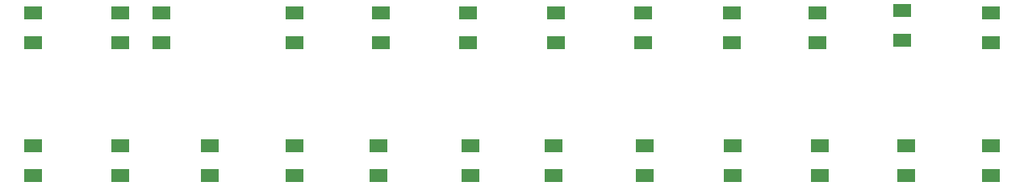
<source format=gtp>
%FSLAX44Y44*%
%MOMM*%
G71*
G01*
G75*
G04 Layer_Color=8421504*
%ADD10R,1.9000X1.3500*%
%ADD11C,0.2540*%
%ADD12C,1.7000*%
%ADD13C,0.9000*%
%ADD14R,1.5000X1.5000*%
%ADD15C,1.5000*%
%ADD16C,4.0000*%
%ADD17C,0.6000*%
%ADD18C,0.8000*%
%ADD19O,0.5000X1.2000*%
%ADD20R,0.5000X1.2000*%
%ADD21R,0.9500X1.7000*%
%ADD22R,1.3500X1.9000*%
%ADD23C,0.2000*%
%ADD24C,0.2032*%
D10*
X970280Y245370D02*
D03*
Y214370D02*
D03*
X974090Y103130D02*
D03*
Y72130D02*
D03*
X1062990Y242830D02*
D03*
Y211830D02*
D03*
Y103130D02*
D03*
Y72130D02*
D03*
X791210Y242830D02*
D03*
Y211830D02*
D03*
X792480Y103130D02*
D03*
Y72130D02*
D03*
X881380Y242830D02*
D03*
Y211830D02*
D03*
X883920Y103130D02*
D03*
Y72130D02*
D03*
X607060Y242830D02*
D03*
Y211830D02*
D03*
X604520Y103130D02*
D03*
Y72130D02*
D03*
X698500Y242830D02*
D03*
Y211830D02*
D03*
X699770Y103130D02*
D03*
Y72130D02*
D03*
X422910Y242830D02*
D03*
Y211830D02*
D03*
X420370Y103130D02*
D03*
Y72130D02*
D03*
X514350Y242830D02*
D03*
Y211830D02*
D03*
X516890Y103130D02*
D03*
Y72130D02*
D03*
X243840Y103130D02*
D03*
Y72130D02*
D03*
X332740Y242830D02*
D03*
Y211830D02*
D03*
Y103130D02*
D03*
Y72130D02*
D03*
X58420Y242830D02*
D03*
Y211830D02*
D03*
Y103130D02*
D03*
Y72130D02*
D03*
X149860Y242830D02*
D03*
Y211830D02*
D03*
Y103130D02*
D03*
Y72130D02*
D03*
X193040Y242830D02*
D03*
Y211830D02*
D03*
M02*

</source>
